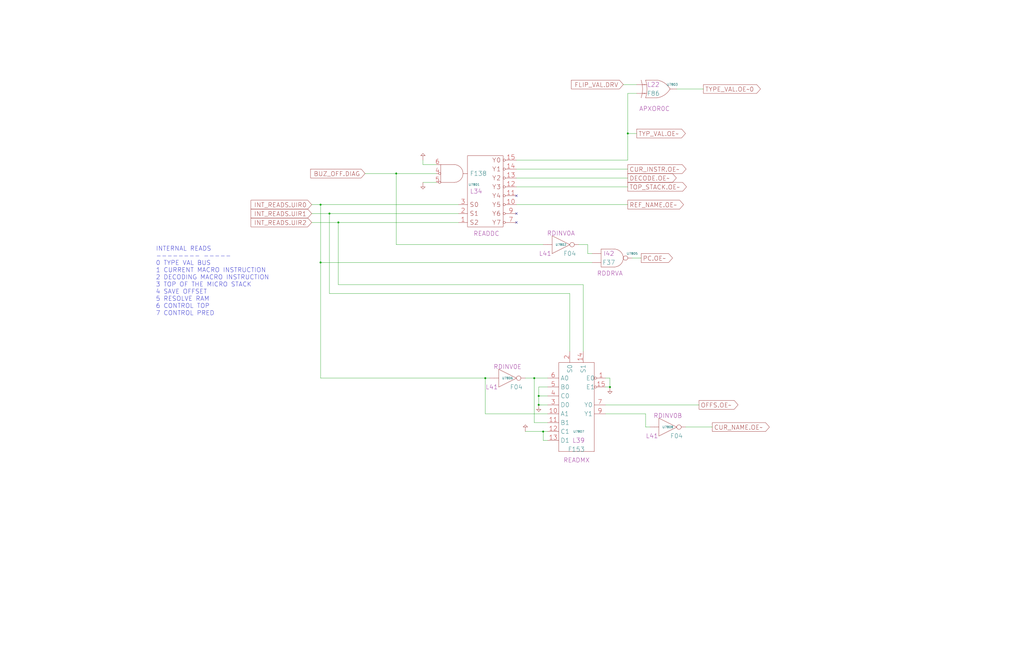
<source format=kicad_sch>
(kicad_sch (version 20220126) (generator eeschema)
  (paper "User" 584.2 378.46)
  (title_block (title "INTERNAL READ DECODING") (date "22-MAY-90") (rev "1.0") (comment 1 "SEQUENCER") (comment 2 "232-003064") (comment 3 "S400") (comment 4 "RELEASED"))
  (lib_symbols
    (symbol "r1000:F04" (pin_numbers hide) (pin_names hide)
      (property "Reference" "U" (at 0 0 0))
      (property "Value" "F04" (at 1.27 -5.08 0))
      (property "Location" "___" (at -12.7 -5.08 0))
      (property "Name" "______" (at 0 5.08 0))
      (symbol "F04_0_1"
        (polyline (pts (xy -7.62 0) (xy -5.08 0)) (stroke (width 0.1524)))
        (polyline (pts (xy -5.08 5.08) (xy -5.08 -5.08)) (stroke (width 0.1524)))
        (polyline (pts (xy 5.08 0) (xy -5.08 -5.08)) (stroke (width 0.1524)))
        (polyline (pts (xy 5.08 0) (xy -5.08 5.08)) (stroke (width 0.1524)))
        (circle (center 6.35 0) (radius 1.27) (stroke (width 0.1524)))
      )
      (symbol "F04_1_1"
        (pin input line (at -10.16 0 0) (length 2.54) (name "D0") (number "1"))
        (pin output line (at 10.16 0 180) (length 2.54) (name "Q") (number "2"))
      )
    )
    (symbol "r1000:F138" (pin_names (offset 1.016) hide)
      (property "Reference" "U" (at 1.27 3.81 0))
      (property "Value" "F138" (at -1.27 10.16 0))
      (property "Location" "___" (at -1.27 0 0))
      (property "Name" "______" (at 8.255 -24.13 0))
      (symbol "F138_0_0"
        (arc (start -10.16 5.08) (mid -6.5679 6.5679) (end -5.08 10.16) (stroke (width 0.1524)))
        (arc (start -5.08 10.16) (mid -6.5679 13.7521) (end -10.16 15.24) (stroke (width 0.1524)))
        (polyline (pts (xy -17.78 5.08) (xy -10.16 5.08)) (stroke (width 0.1524)))
        (polyline (pts (xy -17.78 15.24) (xy -10.16 15.24)) (stroke (width 0.1524)))
      )
      (symbol "F138_0_1"
        (circle (center -18.415 5.08) (radius 0.635) (stroke (width 0.1524)))
        (circle (center -18.415 10.16) (radius 0.635) (stroke (width 0.1524)))
        (rectangle (start -2.54 20.32) (end 17.78 -20.32) (stroke (width 0.1524)))
        (polyline (pts (xy -19.05 15.24) (xy -17.78 15.24)) (stroke (width 0.1524)))
        (polyline (pts (xy -17.78 15.24) (xy -17.78 5.08)) (stroke (width 0.1524)))
        (polyline (pts (xy -2.54 10.16) (xy -5.08 10.16)) (stroke (width 0.1524)))
      )
      (symbol "F138_1_1"
        (circle (center 18.415 -17.78) (radius 0.635))
        (circle (center 18.415 -12.7) (radius 0.635))
        (circle (center 18.415 -7.62) (radius 0.635))
        (circle (center 18.415 -2.54) (radius 0.635))
        (circle (center 18.415 2.54) (radius 0.635))
        (circle (center 18.415 7.62) (radius 0.635))
        (circle (center 18.415 12.7) (radius 0.635))
        (circle (center 18.415 17.78) (radius 0.635))
        (text "0" (at 2.54 -7.62 0) (effects (font (size 2.54 2.54))))
        (text "0" (at 15.24 17.78 0) (effects (font (size 2.54 2.54))))
        (text "1" (at 2.54 -12.7 0) (effects (font (size 2.54 2.54))))
        (text "1" (at 15.24 12.7 0) (effects (font (size 2.54 2.54))))
        (text "2" (at 2.54 -17.78 0) (effects (font (size 2.54 2.54))))
        (text "2" (at 15.24 7.62 0) (effects (font (size 2.54 2.54))))
        (text "3" (at 15.24 2.54 0) (effects (font (size 2.54 2.54))))
        (text "4" (at 15.24 -2.54 0) (effects (font (size 2.54 2.54))))
        (text "5" (at 15.24 -7.62 0) (effects (font (size 2.54 2.54))))
        (text "6" (at 15.24 -12.7 0) (effects (font (size 2.54 2.54))))
        (text "7" (at 15.24 -17.78 0) (effects (font (size 2.54 2.54))))
        (text "S" (at 0 -17.78 0) (effects (font (size 2.54 2.54))))
        (text "S" (at 0 -12.7 0) (effects (font (size 2.54 2.54))))
        (text "S" (at 0 -7.62 0) (effects (font (size 2.54 2.54))))
        (text "Y" (at 12.7 -17.78 0) (effects (font (size 2.54 2.54))))
        (text "Y" (at 12.7 -12.7 0) (effects (font (size 2.54 2.54))))
        (text "Y" (at 12.7 -7.62 0) (effects (font (size 2.54 2.54))))
        (text "Y" (at 12.7 -2.54 0) (effects (font (size 2.54 2.54))))
        (text "Y" (at 12.7 2.54 0) (effects (font (size 2.54 2.54))))
        (text "Y" (at 12.7 7.62 0) (effects (font (size 2.54 2.54))))
        (text "Y" (at 12.7 12.7 0) (effects (font (size 2.54 2.54))))
        (text "Y" (at 12.7 17.78 0) (effects (font (size 2.54 2.54))))
        (pin input line (at -7.62 -17.78 0) (length 5.08) (name "S2") (number "1"))
        (pin output line (at 25.4 -7.62 180) (length 6.35) (name "Y5_") (number "10"))
        (pin output line (at 25.4 -2.54 180) (length 6.35) (name "Y4_") (number "11"))
        (pin output line (at 25.4 2.54 180) (length 6.35) (name "Y3_") (number "12"))
        (pin output line (at 25.4 7.62 180) (length 6.35) (name "Y2_") (number "13"))
        (pin output line (at 25.4 12.7 180) (length 6.35) (name "Y1_") (number "14"))
        (pin output line (at 25.4 17.78 180) (length 6.35) (name "Y0_") (number "15"))
        (pin input line (at -7.62 -12.7 0) (length 5.08) (name "S1") (number "2"))
        (pin input line (at -7.62 -7.62 0) (length 5.08) (name "S0") (number "3"))
        (pin input line (at -20.32 10.16 0) (length 1.27) (name "D1") (number "4"))
        (pin input line (at -20.32 5.08 0) (length 1.27) (name "D2") (number "5"))
        (pin input line (at -20.32 15.24 0) (length 1.27) (name "D0") (number "6"))
        (pin output line (at 25.4 -17.78 180) (length 6.35) (name "Y7_") (number "7"))
        (pin output line (at 25.4 -12.7 180) (length 6.35) (name "Y6_") (number "9"))
      )
    )
    (symbol "r1000:F153" (pin_names (offset 1.016))
      (property "Reference" "U" (at 2.54 5.08 0))
      (property "Value" "F153" (at -3.81 -5.08 0))
      (property "Location" "___" (at -1.27 0 0))
      (property "Name" "______" (at 1.27 -12.7 0))
      (symbol "F153_1_1"
        (rectangle (start -8.89 44.45) (end 11.43 -6.35))
        (circle (center 12.065 30.48) (radius 0.635))
        (circle (center 12.065 35.56) (radius 0.635))
        (pin input line (at 17.78 35.56 180) (length 5.08) (name "E0") (number "1"))
        (pin input line (at -15.24 15.24 0) (length 6.35) (name "A1") (number "10"))
        (pin input line (at -15.24 10.16 0) (length 6.35) (name "B1") (number "11"))
        (pin input line (at -15.24 5.08 0) (length 6.35) (name "C1") (number "12"))
        (pin input line (at -15.24 0 0) (length 6.35) (name "D1") (number "13"))
        (pin input line (at 5.08 50.8 270) (length 6.35) (name "S1") (number "14"))
        (pin input line (at 17.78 30.48 180) (length 5.08) (name "E1") (number "15"))
        (pin input line (at -2.54 50.8 270) (length 6.35) (name "S0") (number "2"))
        (pin input line (at -15.24 20.32 0) (length 6.35) (name "D0") (number "3"))
        (pin input line (at -15.24 25.4 0) (length 6.35) (name "C0") (number "4"))
        (pin input line (at -15.24 30.48 0) (length 6.35) (name "B0") (number "5"))
        (pin input line (at -15.24 35.56 0) (length 6.35) (name "A0") (number "6"))
        (pin output line (at 17.78 20.32 180) (length 6.35) (name "Y0") (number "7"))
        (pin output line (at 17.78 15.24 180) (length 6.35) (name "Y1") (number "9"))
      )
    )
    (symbol "r1000:F37" (pin_numbers hide) (pin_names (offset 0) hide)
      (property "Reference" "U" (at 15.24 0 0))
      (property "Value" "F37" (at 1.905 -5.08 0))
      (property "Location" "___" (at 1.905 0 0))
      (property "Name" "______" (at 2.54 -12.7 0))
      (symbol "F37_0_1"
        (polyline (pts (xy -2.54 -7.62) (xy 5.08 -7.62)) (stroke (width 0.1524)))
        (polyline (pts (xy -2.54 2.54) (xy -2.54 -7.62)) (stroke (width 0.1524)))
        (polyline (pts (xy -2.54 2.54) (xy 5.08 2.54)) (stroke (width 0.1524)))
        (arc (start 5.08 -7.62) (mid 10.1282 -2.54) (end 5.08 2.54) (stroke (width 0.1524)))
        (circle (center 11.43 -2.54) (radius 1.27) (stroke (width 0.1524)))
      )
      (symbol "F37_0_2"
        (circle (center -3.81 -5.08) (radius 1.27) (stroke (width 0.1524)))
        (circle (center -3.81 0) (radius 1.27) (stroke (width 0.1524)))
        (arc (start -3.175 -7.62) (mid -2.134 -2.54) (end -3.175 2.54) (stroke (width 0.1524)))
        (polyline (pts (xy -3.175 -7.62) (xy 3.81 -7.62)) (stroke (width 0.1524)))
        (polyline (pts (xy -3.175 2.54) (xy 3.81 2.54)) (stroke (width 0.1524)))
        (arc (start 3.81 -7.62) (mid 7.5855 -5.8306) (end 10.16 -2.54) (stroke (width 0.1524)))
        (arc (start 10.16 -2.54) (mid 7.5827 0.7471) (end 3.81 2.54) (stroke (width 0.1524)))
      )
      (symbol "F37_1_1"
        (pin input line (at -7.62 0 0) (length 5.08) (name "D0") (number "1"))
        (pin input line (at -7.62 -5.08 0) (length 5.08) (name "D1") (number "2"))
        (pin output line (at 15.24 -2.54 180) (length 2.54) (name "Q") (number "3"))
      )
      (symbol "F37_1_2"
        (pin input line (at -7.62 0 0) (length 2.54) (name "D0") (number "1"))
        (pin input line (at -7.62 -5.08 0) (length 2.54) (name "D1") (number "2"))
        (pin output line (at 15.24 -2.54 180) (length 5.08) (name "Q") (number "3"))
      )
    )
    (symbol "r1000:F86" (pin_numbers hide) (pin_names hide)
      (property "Reference" "U" (at 12.7 2.54 0))
      (property "Value" "F86" (at 1.905 -2.54 0))
      (property "Location" "___" (at 1.905 2.54 0))
      (property "Name" "______" (at 2.54 -12.7 0))
      (symbol "F86_0_0"
        (arc (start -5.0873 -5.08) (mid -4.2626 0) (end -5.0873 5.08) (stroke (width 0.1524)))
        (arc (start -2.5473 -5.08) (mid -1.7226 0) (end -2.5473 5.08) (stroke (width 0.1524)))
        (polyline (pts (xy -2.54 -5.08) (xy 3.81 -5.08)) (stroke (width 0.1524)))
        (polyline (pts (xy -2.54 5.08) (xy 3.81 5.08)) (stroke (width 0.1524)))
        (arc (start 3.81 -5.08) (mid 8.2204 -3.4405) (end 11.43 0) (stroke (width 0.1524)))
        (arc (start 11.43 0) (mid 8.2216 3.4424) (end 3.81 5.08) (stroke (width 0.1524)))
      )
      (symbol "F86_0_1"
        (polyline (pts (xy -3.81 -2.54) (xy -1.905 -2.54)) (stroke (width 0.1524)))
        (polyline (pts (xy -3.81 2.54) (xy -1.905 2.54)) (stroke (width 0.1524)))
        (polyline (pts (xy 12.7 0) (xy 11.43 0)) (stroke (width 0.1524)))
      )
      (symbol "F86_1_1"
        (pin input line (at -7.62 2.54 0) (length 5.08) (name "D0") (number "1"))
        (pin input line (at -7.62 -2.54 0) (length 5.08) (name "D1") (number "2"))
        (pin output line (at 15.24 0 180) (length 2.54) (name "Q") (number "3"))
      )
    )
    (symbol "r1000:PD" (power) (pin_numbers hide) (pin_names hide) (in_bom no)
      (symbol "PD_0_1"
        (polyline (pts (xy 0 -2.54) (xy 1.27 -2.54) (xy 0 -3.81) (xy -1.27 -2.54) (xy 0 -2.54)) (stroke (width 0.1524)))
      )
      (symbol "PD_1_1"
        (pin power_in line (at 0 0 270) (length 2.54) (name "PD") (number "1"))
      )
    )
    (symbol "r1000:PU" (power) (pin_numbers hide) (pin_names hide)
      (symbol "PU_0_1"
        (polyline (pts (xy 0 2.54) (xy -1.27 2.54) (xy 0 3.81) (xy 1.27 2.54) (xy 0 2.54)) (stroke (width 0.1524)))
      )
      (symbol "PU_1_1"
        (pin power_in line (at 0 0 90) (length 2.54) (name "PU") (number "1"))
      )
    )
  )
  (wire (pts (xy 177.8 116.84) (xy 182.88 116.84)))
  (wire (pts (xy 177.8 121.92) (xy 187.96 121.92)))
  (wire (pts (xy 177.8 127) (xy 193.04 127)))
  (wire (pts (xy 182.88 116.84) (xy 182.88 149.86)))
  (wire (pts (xy 182.88 116.84) (xy 261.62 116.84)))
  (wire (pts (xy 182.88 149.86) (xy 182.88 215.9)))
  (wire (pts (xy 182.88 149.86) (xy 337.82 149.86)))
  (wire (pts (xy 182.88 215.9) (xy 276.86 215.9)))
  (wire (pts (xy 187.96 121.92) (xy 187.96 167.64)))
  (wire (pts (xy 187.96 121.92) (xy 261.62 121.92)))
  (wire (pts (xy 187.96 167.64) (xy 325.12 167.64)))
  (wire (pts (xy 193.04 127) (xy 193.04 162.56)))
  (wire (pts (xy 193.04 127) (xy 261.62 127)))
  (wire (pts (xy 193.04 162.56) (xy 332.74 162.56)))
  (wire (pts (xy 208.28 99.06) (xy 226.06 99.06)))
  (wire (pts (xy 226.06 139.7) (xy 309.88 139.7)))
  (wire (pts (xy 226.06 99.06) (xy 226.06 139.7)))
  (wire (pts (xy 226.06 99.06) (xy 248.92 99.06)))
  (wire (pts (xy 241.3 104.14) (xy 248.92 104.14)))
  (wire (pts (xy 241.3 91.44) (xy 241.3 93.98)))
  (wire (pts (xy 241.3 93.98) (xy 248.92 93.98)))
  (wire (pts (xy 276.86 215.9) (xy 276.86 236.22)))
  (wire (pts (xy 276.86 215.9) (xy 279.4 215.9)))
  (wire (pts (xy 276.86 236.22) (xy 312.42 236.22)))
  (wire (pts (xy 294.64 101.6) (xy 358.14 101.6)))
  (wire (pts (xy 294.64 106.68) (xy 358.14 106.68)))
  (wire (pts (xy 294.64 116.84) (xy 358.14 116.84)))
  (wire (pts (xy 294.64 91.44) (xy 358.14 91.44)))
  (wire (pts (xy 294.64 96.52) (xy 358.14 96.52)))
  (wire (pts (xy 299.72 215.9) (xy 304.8 215.9)))
  (wire (pts (xy 299.72 246.38) (xy 309.88 246.38)))
  (wire (pts (xy 304.8 215.9) (xy 312.42 215.9)))
  (wire (pts (xy 304.8 241.3) (xy 304.8 215.9)))
  (wire (pts (xy 307.34 220.98) (xy 307.34 226.06)))
  (wire (pts (xy 307.34 226.06) (xy 307.34 231.14)))
  (wire (pts (xy 307.34 226.06) (xy 312.42 226.06)))
  (wire (pts (xy 307.34 231.14) (xy 312.42 231.14)))
  (wire (pts (xy 309.88 246.38) (xy 312.42 246.38)))
  (wire (pts (xy 309.88 251.46) (xy 309.88 246.38)))
  (wire (pts (xy 312.42 220.98) (xy 307.34 220.98)))
  (wire (pts (xy 312.42 241.3) (xy 304.8 241.3)))
  (wire (pts (xy 312.42 251.46) (xy 309.88 251.46)))
  (wire (pts (xy 325.12 167.64) (xy 325.12 200.66)))
  (wire (pts (xy 330.2 139.7) (xy 335.28 139.7)))
  (wire (pts (xy 332.74 162.56) (xy 332.74 200.66)))
  (wire (pts (xy 335.28 139.7) (xy 335.28 144.78)))
  (wire (pts (xy 335.28 144.78) (xy 337.82 144.78)))
  (wire (pts (xy 345.44 215.9) (xy 347.98 215.9)))
  (wire (pts (xy 345.44 220.98) (xy 347.98 220.98)))
  (wire (pts (xy 345.44 231.14) (xy 398.78 231.14)))
  (wire (pts (xy 345.44 236.22) (xy 368.3 236.22)))
  (wire (pts (xy 347.98 215.9) (xy 347.98 220.98)))
  (wire (pts (xy 355.6 48.26) (xy 363.22 48.26)))
  (wire (pts (xy 358.14 53.34) (xy 358.14 76.2)))
  (wire (pts (xy 358.14 53.34) (xy 363.22 53.34)))
  (wire (pts (xy 358.14 76.2) (xy 363.22 76.2)))
  (wire (pts (xy 358.14 91.44) (xy 358.14 76.2)))
  (wire (pts (xy 360.68 147.32) (xy 365.76 147.32)))
  (wire (pts (xy 368.3 236.22) (xy 368.3 243.84)))
  (wire (pts (xy 368.3 243.84) (xy 370.84 243.84)))
  (wire (pts (xy 386.08 50.8) (xy 401.32 50.8)))
  (wire (pts (xy 391.16 243.84) (xy 406.4 243.84)))
  (text "INTERNAL READS\n-------- -----\n0 TYPE VAL BUS\n1 CURRENT MACRO INSTRUCTION\n2 DECODING MACRO INSTRUCTION\n3 TOP OF THE MICRO STACK\n4 SAVE OFFSET\n5 RESOLVE RAM\n6 CONTROL TOP\n7 CONTROL PRED\n" (at 88.9 180.34 0) (effects (font (size 2.54 2.54)) (justify left bottom)))
  (global_label "INT_READS.UIR0" (shape input) (at 177.8 116.84 180) (effects (font (size 2.54 2.54))) (property "Intersheet References" "${INTERSHEET_REFS}" (at 143.2197 116.6813 0) (effects (font (size 1.905 1.905)) (justify right))))
  (global_label "INT_READS.UIR1" (shape input) (at 177.8 121.92 180) (effects (font (size 2.54 2.54))) (property "Intersheet References" "${INTERSHEET_REFS}" (at 143.2197 121.7613 0) (effects (font (size 1.905 1.905)) (justify right))))
  (global_label "INT_READS.UIR2" (shape input) (at 177.8 127 180) (effects (font (size 2.54 2.54))) (property "Intersheet References" "${INTERSHEET_REFS}" (at 143.2197 126.8413 0) (effects (font (size 1.905 1.905)) (justify right))))
  (junction (at 182.88 116.84))
  (junction (at 182.88 149.86))
  (junction (at 187.96 121.92))
  (junction (at 193.04 127))
  (global_label "BUZ_OFF.DIAG" (shape input) (at 208.28 99.06 180) (effects (font (size 2.54 2.54))) (property "Intersheet References" "${INTERSHEET_REFS}" (at 177.2073 98.9013 0) (effects (font (size 1.905 1.905)) (justify right))))
  (junction (at 226.06 99.06))
  (symbol (lib_id "r1000:PU") (at 241.3 91.44 0) (unit 1)
    (property "Reference" "#PWR07801" (effects hide))
    (property "Value" "PU" (effects hide))
  )
  (symbol (lib_id "r1000:PD") (at 241.3 104.14 0) (unit 1) (in_bom no)
    (property "Reference" "#PWR07802" (effects hide))
    (property "Value" "PD" (effects hide))
  )
  (symbol (lib_id "r1000:F138") (at 269.24 109.22 0) (unit 1)
    (property "Reference" "U7801" (at 270.51 105.41 0))
    (property "Value" "F138" (at 267.97 99.06 0) (effects (font (size 2.54 2.54)) (justify left)))
    (property "Location" "L34" (at 267.97 109.22 0) (effects (font (size 2.54 2.54)) (justify left)))
    (property "Name" "READDC" (at 277.495 133.35 0) (effects (font (size 2.54 2.54))))
  )
  (junction (at 276.86 215.9))
  (symbol (lib_id "r1000:F04") (at 289.56 215.9 0) (unit 1)
    (property "Reference" "U7806" (at 289.56 215.9 0))
    (property "Value" "F04" (at 290.83 220.98 0) (effects (font (size 2.54 2.54)) (justify left)))
    (property "Location" "L41" (at 276.86 220.98 0) (effects (font (size 2.54 2.54)) (justify left)))
    (property "Name" "RDINV0E" (at 289.56 210.82 0) (effects (font (size 2.54 2.54)) (justify bottom)))
  )
  (no_connect (at 294.64 111.76))
  (no_connect (at 294.64 121.92))
  (no_connect (at 294.64 127))
  (symbol (lib_id "r1000:PU") (at 299.72 246.38 0) (unit 1)
    (property "Reference" "#PWR07803" (effects hide))
    (property "Value" "PU" (effects hide))
  )
  (junction (at 304.8 215.9))
  (junction (at 307.34 226.06))
  (junction (at 307.34 231.14))
  (symbol (lib_id "r1000:PD") (at 307.34 231.14 0) (unit 1) (in_bom no)
    (property "Reference" "#PWR07804" (effects hide))
    (property "Value" "PD" (effects hide))
  )
  (junction (at 309.88 246.38))
  (symbol (lib_id "r1000:F04") (at 320.04 139.7 0) (unit 1)
    (property "Reference" "U7802" (at 320.04 139.7 0))
    (property "Value" "F04" (at 321.31 144.78 0) (effects (font (size 2.54 2.54)) (justify left)))
    (property "Location" "L41" (at 307.34 144.78 0) (effects (font (size 2.54 2.54)) (justify left)))
    (property "Name" "RDINV0A" (at 320.04 134.62 0) (effects (font (size 2.54 2.54)) (justify bottom)))
  )
  (symbol (lib_id "r1000:F153") (at 327.66 251.46 0) (unit 1)
    (property "Reference" "U7807" (at 330.2 246.38 0))
    (property "Value" "F153" (at 323.85 256.54 0) (effects (font (size 2.54 2.54)) (justify left)))
    (property "Location" "L39" (at 326.39 251.46 0) (effects (font (size 2.54 2.54)) (justify left)))
    (property "Name" "READMX" (at 328.93 264.16 0) (effects (font (size 2.54 2.54)) (justify bottom)))
  )
  (symbol (lib_id "r1000:F37") (at 345.44 144.78 0) (unit 1)
    (property "Reference" "U7805" (at 360.68 144.78 0))
    (property "Value" "F37" (at 347.345 149.86 0) (effects (font (size 2.54 2.54))))
    (property "Location" "I42" (at 347.345 144.78 0) (effects (font (size 2.54 2.54))))
    (property "Name" "RDDRVA" (at 347.98 157.48 0) (effects (font (size 2.54 2.54)) (justify bottom)))
  )
  (junction (at 347.98 220.98))
  (symbol (lib_id "r1000:PD") (at 347.98 220.98 0) (unit 1) (in_bom no)
    (property "Reference" "#PWR07805" (effects hide))
    (property "Value" "PD" (effects hide))
  )
  (global_label "FLIP_VAL.DRV" (shape input) (at 355.6 48.26 180) (effects (font (size 2.54 2.54))) (property "Intersheet References" "${INTERSHEET_REFS}" (at 325.9788 48.1013 0) (effects (font (size 1.905 1.905)) (justify right))))
  (junction (at 358.14 76.2))
  (global_label "CUR_INSTR.OE~" (shape output) (at 358.14 96.52 0) (effects (font (size 2.54 2.54))) (property "Intersheet References" "${INTERSHEET_REFS}" (at 391.3898 96.3613 0) (effects (font (size 1.905 1.905)) (justify left))))
  (global_label "DECODE.OE~" (shape output) (at 358.14 101.6 0) (effects (font (size 2.54 2.54))) (property "Intersheet References" "${INTERSHEET_REFS}" (at 385.826 101.4413 0) (effects (font (size 1.905 1.905)) (justify left))))
  (global_label "TOP_STACK.OE~" (shape output) (at 358.14 106.68 0) (effects (font (size 2.54 2.54))) (property "Intersheet References" "${INTERSHEET_REFS}" (at 391.6317 106.5213 0) (effects (font (size 1.905 1.905)) (justify left))))
  (global_label "REF_NAME.OE~" (shape output) (at 358.14 116.84 0) (effects (font (size 2.54 2.54))) (property "Intersheet References" "${INTERSHEET_REFS}" (at 389.9384 116.6813 0) (effects (font (size 1.905 1.905)) (justify left))))
  (global_label "TYP_VAL.OE~" (shape output) (at 363.22 76.2 0) (effects (font (size 2.54 2.54))) (property "Intersheet References" "${INTERSHEET_REFS}" (at 391.027 76.0413 0) (effects (font (size 1.905 1.905)) (justify left))))
  (global_label "PC.OE~" (shape output) (at 365.76 147.32 0) (effects (font (size 2.54 2.54))) (property "Intersheet References" "${INTERSHEET_REFS}" (at 383.6489 147.1613 0) (effects (font (size 1.905 1.905)) (justify left))))
  (symbol (lib_id "r1000:F86") (at 370.84 50.8 0) (unit 1)
    (property "Reference" "U7803" (at 383.54 48.26 0))
    (property "Value" "F86" (at 372.745 53.34 0) (effects (font (size 2.54 2.54))))
    (property "Location" "L22" (at 372.745 48.26 0) (effects (font (size 2.54 2.54))))
    (property "Name" "APXOR0C" (at 373.38 63.5 0) (effects (font (size 2.54 2.54)) (justify bottom)))
  )
  (symbol (lib_id "r1000:F04") (at 381 243.84 0) (unit 1)
    (property "Reference" "U7808" (at 381 243.84 0))
    (property "Value" "F04" (at 382.27 248.92 0) (effects (font (size 2.54 2.54)) (justify left)))
    (property "Location" "L41" (at 368.3 248.92 0) (effects (font (size 2.54 2.54)) (justify left)))
    (property "Name" "RDINV0B" (at 381 238.76 0) (effects (font (size 2.54 2.54)) (justify bottom)))
  )
  (global_label "OFFS.OE~" (shape output) (at 398.78 231.14 0) (effects (font (size 2.54 2.54))) (property "Intersheet References" "${INTERSHEET_REFS}" (at 421.0231 230.9813 0) (effects (font (size 1.905 1.905)) (justify left))))
  (global_label "TYPE_VAL.OE~0" (shape output) (at 401.32 50.8 0) (effects (font (size 2.54 2.54))) (property "Intersheet References" "${INTERSHEET_REFS}" (at 433.8441 50.6413 0) (effects (font (size 1.905 1.905)) (justify left))))
  (global_label "CUR_NAME.OE~" (shape output) (at 406.4 243.84 0) (effects (font (size 2.54 2.54))) (property "Intersheet References" "${INTERSHEET_REFS}" (at 438.9241 243.6813 0) (effects (font (size 1.905 1.905)) (justify left))))
)
</source>
